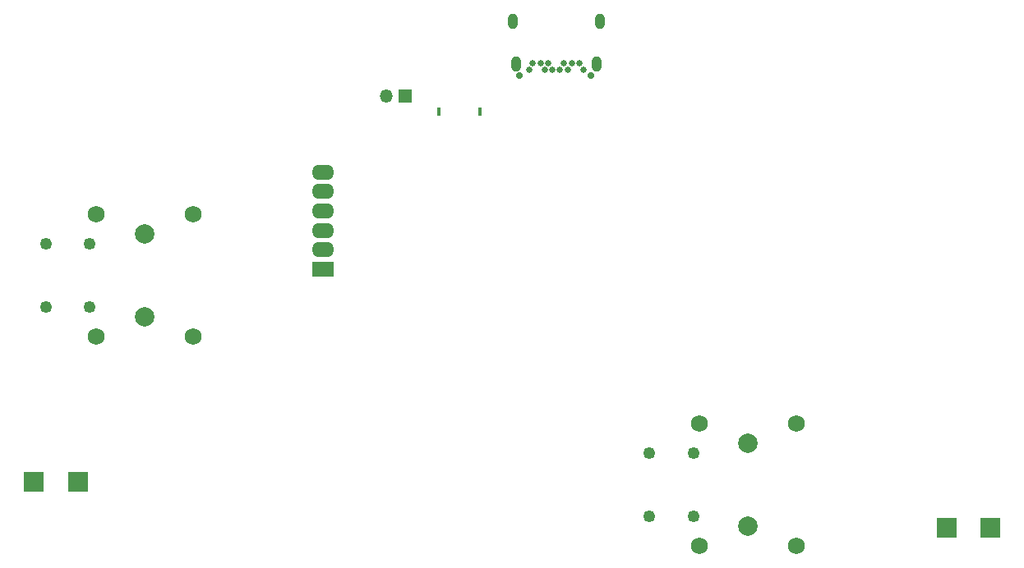
<source format=gbr>
G04 #@! TF.GenerationSoftware,KiCad,Pcbnew,7.0.2*
G04 #@! TF.CreationDate,2023-05-25T22:37:04-07:00*
G04 #@! TF.ProjectId,procon_gcc_main_pcb,70726f63-6f6e-45f6-9763-635f6d61696e,1*
G04 #@! TF.SameCoordinates,Original*
G04 #@! TF.FileFunction,Soldermask,Bot*
G04 #@! TF.FilePolarity,Negative*
%FSLAX46Y46*%
G04 Gerber Fmt 4.6, Leading zero omitted, Abs format (unit mm)*
G04 Created by KiCad (PCBNEW 7.0.2) date 2023-05-25 22:37:04*
%MOMM*%
%LPD*%
G01*
G04 APERTURE LIST*
%ADD10O,0.400000X0.900000*%
%ADD11R,2.300000X1.600000*%
%ADD12O,2.300000X1.600000*%
%ADD13R,2.000000X2.000000*%
%ADD14C,1.750000*%
%ADD15C,2.000000*%
%ADD16C,1.250000*%
%ADD17R,1.350000X1.350000*%
%ADD18O,1.350000X1.350000*%
%ADD19C,0.700000*%
%ADD20C,0.650000*%
%ADD21O,1.000000X1.600000*%
G04 APERTURE END LIST*
D10*
X126333519Y-101965000D03*
X130633519Y-101965000D03*
D11*
X114400000Y-118200000D03*
D12*
X114400000Y-116200000D03*
X114400000Y-114200000D03*
X114400000Y-112200000D03*
X114400000Y-110200000D03*
X114400000Y-108200000D03*
D13*
X178675000Y-144906500D03*
X84675000Y-140125000D03*
D14*
X153235000Y-134115000D03*
X153235000Y-146765000D03*
D15*
X158235000Y-136140000D03*
X158235000Y-144740000D03*
D14*
X163235000Y-134115000D03*
X163235000Y-146765000D03*
D16*
X152585000Y-137190000D03*
X152585000Y-143690000D03*
X148085000Y-137190000D03*
X148085000Y-143690000D03*
D17*
X122920000Y-100330000D03*
D18*
X120920000Y-100330000D03*
D19*
X142060000Y-98275000D03*
X134710000Y-98275000D03*
D20*
X135660000Y-97625000D03*
X136060000Y-96925000D03*
X136860000Y-96925000D03*
X137260000Y-97625000D03*
X137660000Y-96925000D03*
X138060000Y-97625000D03*
X138860000Y-97625000D03*
X139260000Y-96925000D03*
X139660000Y-97625000D03*
X140060000Y-96925000D03*
X140860000Y-96925000D03*
X141260000Y-97625000D03*
D21*
X142950000Y-92635000D03*
X142590000Y-97025000D03*
X134330000Y-97025000D03*
X133970000Y-92635000D03*
D14*
X91045000Y-112545000D03*
X91045000Y-125195000D03*
D15*
X96045000Y-114570000D03*
X96045000Y-123170000D03*
D14*
X101045000Y-112545000D03*
X101045000Y-125195000D03*
D16*
X90395000Y-115620000D03*
X90395000Y-122120000D03*
X85895000Y-115620000D03*
X85895000Y-122120000D03*
D13*
X89175000Y-140125000D03*
X183175000Y-144906500D03*
M02*

</source>
